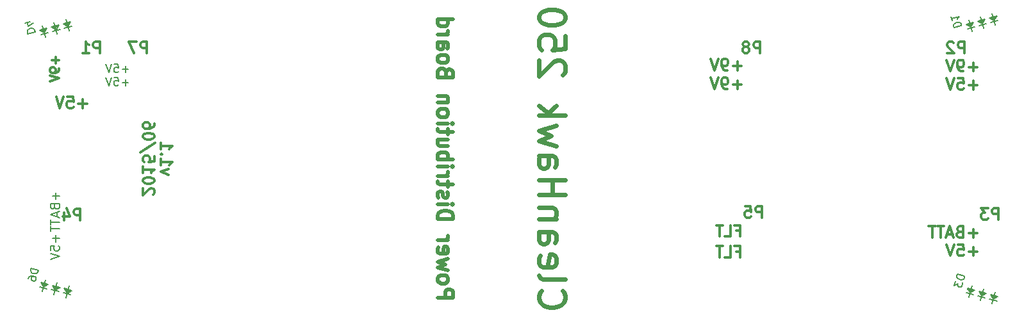
<source format=gbo>
G04 #@! TF.FileFunction,Legend,Bot*
%FSLAX46Y46*%
G04 Gerber Fmt 4.6, Leading zero omitted, Abs format (unit mm)*
G04 Created by KiCad (PCBNEW (2015-05-01 BZR 5636)-product) date Thu 04 Jun 2015 08:42:48 AM PDT*
%MOMM*%
G01*
G04 APERTURE LIST*
%ADD10C,0.100000*%
%ADD11C,0.200000*%
%ADD12C,0.300000*%
%ADD13C,0.500000*%
%ADD14C,0.600000*%
%ADD15C,0.150000*%
G04 APERTURE END LIST*
D10*
D11*
X91214285Y-78208571D02*
X90376190Y-78208571D01*
X90795238Y-78627619D02*
X90795238Y-77789524D01*
X89328571Y-77527619D02*
X89852380Y-77527619D01*
X89904761Y-78051429D01*
X89852380Y-77999048D01*
X89747618Y-77946667D01*
X89485714Y-77946667D01*
X89380952Y-77999048D01*
X89328571Y-78051429D01*
X89276190Y-78156190D01*
X89276190Y-78418095D01*
X89328571Y-78522857D01*
X89380952Y-78575238D01*
X89485714Y-78627619D01*
X89747618Y-78627619D01*
X89852380Y-78575238D01*
X89904761Y-78522857D01*
X88961904Y-77527619D02*
X88595237Y-78627619D01*
X88228571Y-77527619D01*
X91214285Y-79948571D02*
X90376190Y-79948571D01*
X90795238Y-80367619D02*
X90795238Y-79529524D01*
X89328571Y-79267619D02*
X89852380Y-79267619D01*
X89904761Y-79791429D01*
X89852380Y-79739048D01*
X89747618Y-79686667D01*
X89485714Y-79686667D01*
X89380952Y-79739048D01*
X89328571Y-79791429D01*
X89276190Y-79896190D01*
X89276190Y-80158095D01*
X89328571Y-80262857D01*
X89380952Y-80315238D01*
X89485714Y-80367619D01*
X89747618Y-80367619D01*
X89852380Y-80315238D01*
X89904761Y-80262857D01*
X88961904Y-79267619D02*
X88595237Y-80367619D01*
X88228571Y-79267619D01*
D12*
X93657142Y-76078571D02*
X93657142Y-74578571D01*
X93085714Y-74578571D01*
X92942856Y-74650000D01*
X92871428Y-74721429D01*
X92799999Y-74864286D01*
X92799999Y-75078571D01*
X92871428Y-75221429D01*
X92942856Y-75292857D01*
X93085714Y-75364286D01*
X93657142Y-75364286D01*
X92299999Y-74578571D02*
X91299999Y-74578571D01*
X91942856Y-76078571D01*
X84857142Y-98178571D02*
X84857142Y-96678571D01*
X84285714Y-96678571D01*
X84142856Y-96750000D01*
X84071428Y-96821429D01*
X83999999Y-96964286D01*
X83999999Y-97178571D01*
X84071428Y-97321429D01*
X84142856Y-97392857D01*
X84285714Y-97464286D01*
X84857142Y-97464286D01*
X82714285Y-97178571D02*
X82714285Y-98178571D01*
X83071428Y-96607143D02*
X83428571Y-97678571D01*
X82499999Y-97678571D01*
D11*
X81635714Y-100107143D02*
X81635714Y-101021429D01*
X82092857Y-100564286D02*
X81178571Y-100564286D01*
X80892857Y-102164286D02*
X80892857Y-101592857D01*
X81464286Y-101535714D01*
X81407143Y-101592857D01*
X81350000Y-101707143D01*
X81350000Y-101992857D01*
X81407143Y-102107143D01*
X81464286Y-102164286D01*
X81578571Y-102221429D01*
X81864286Y-102221429D01*
X81978571Y-102164286D01*
X82035714Y-102107143D01*
X82092857Y-101992857D01*
X82092857Y-101707143D01*
X82035714Y-101592857D01*
X81978571Y-101535714D01*
X80892857Y-102564286D02*
X82092857Y-102964286D01*
X80892857Y-103364286D01*
X81635714Y-94514286D02*
X81635714Y-95428572D01*
X82092857Y-94971429D02*
X81178571Y-94971429D01*
X81464286Y-96400000D02*
X81521429Y-96571429D01*
X81578571Y-96628572D01*
X81692857Y-96685715D01*
X81864286Y-96685715D01*
X81978571Y-96628572D01*
X82035714Y-96571429D01*
X82092857Y-96457143D01*
X82092857Y-96000000D01*
X80892857Y-96000000D01*
X80892857Y-96400000D01*
X80950000Y-96514286D01*
X81007143Y-96571429D01*
X81121429Y-96628572D01*
X81235714Y-96628572D01*
X81350000Y-96571429D01*
X81407143Y-96514286D01*
X81464286Y-96400000D01*
X81464286Y-96000000D01*
X81750000Y-97142857D02*
X81750000Y-97714286D01*
X82092857Y-97028572D02*
X80892857Y-97428572D01*
X82092857Y-97828572D01*
X80892857Y-98057143D02*
X80892857Y-98742857D01*
X82092857Y-98400000D02*
X80892857Y-98400000D01*
X80892857Y-98971429D02*
X80892857Y-99657143D01*
X82092857Y-99314286D02*
X80892857Y-99314286D01*
D12*
X87407142Y-76078571D02*
X87407142Y-74578571D01*
X86835714Y-74578571D01*
X86692856Y-74650000D01*
X86621428Y-74721429D01*
X86549999Y-74864286D01*
X86549999Y-75078571D01*
X86621428Y-75221429D01*
X86692856Y-75292857D01*
X86835714Y-75364286D01*
X87407142Y-75364286D01*
X85121428Y-76078571D02*
X85978571Y-76078571D01*
X85549999Y-76078571D02*
X85549999Y-74578571D01*
X85692856Y-74792857D01*
X85835714Y-74935714D01*
X85978571Y-75007143D01*
X85728571Y-82757143D02*
X84585714Y-82757143D01*
X85157143Y-83328571D02*
X85157143Y-82185714D01*
X83157142Y-81828571D02*
X83871428Y-81828571D01*
X83942857Y-82542857D01*
X83871428Y-82471429D01*
X83728571Y-82400000D01*
X83371428Y-82400000D01*
X83228571Y-82471429D01*
X83157142Y-82542857D01*
X83085714Y-82685714D01*
X83085714Y-83042857D01*
X83157142Y-83185714D01*
X83228571Y-83257143D01*
X83371428Y-83328571D01*
X83728571Y-83328571D01*
X83871428Y-83257143D01*
X83942857Y-83185714D01*
X82657143Y-81828571D02*
X82157143Y-83328571D01*
X81657143Y-81828571D01*
X81585714Y-76557143D02*
X81585714Y-77471429D01*
X82042857Y-77014286D02*
X81128571Y-77014286D01*
X82042857Y-78100000D02*
X82042857Y-78328572D01*
X81985714Y-78442857D01*
X81928571Y-78500000D01*
X81757143Y-78614286D01*
X81528571Y-78671429D01*
X81071429Y-78671429D01*
X80957143Y-78614286D01*
X80900000Y-78557143D01*
X80842857Y-78442857D01*
X80842857Y-78214286D01*
X80900000Y-78100000D01*
X80957143Y-78042857D01*
X81071429Y-77985714D01*
X81357143Y-77985714D01*
X81471429Y-78042857D01*
X81528571Y-78100000D01*
X81585714Y-78214286D01*
X81585714Y-78442857D01*
X81528571Y-78557143D01*
X81471429Y-78614286D01*
X81357143Y-78671429D01*
X80842857Y-79014286D02*
X82042857Y-79414286D01*
X80842857Y-79814286D01*
X206157142Y-98078571D02*
X206157142Y-96578571D01*
X205585714Y-96578571D01*
X205442856Y-96650000D01*
X205371428Y-96721429D01*
X205299999Y-96864286D01*
X205299999Y-97078571D01*
X205371428Y-97221429D01*
X205442856Y-97292857D01*
X205585714Y-97364286D01*
X206157142Y-97364286D01*
X204799999Y-96578571D02*
X203871428Y-96578571D01*
X204371428Y-97150000D01*
X204157142Y-97150000D01*
X204014285Y-97221429D01*
X203942856Y-97292857D01*
X203871428Y-97435714D01*
X203871428Y-97792857D01*
X203942856Y-97935714D01*
X204014285Y-98007143D01*
X204157142Y-98078571D01*
X204585714Y-98078571D01*
X204728571Y-98007143D01*
X204799999Y-97935714D01*
X203392857Y-99907143D02*
X202250000Y-99907143D01*
X202821429Y-100478571D02*
X202821429Y-99335714D01*
X201035714Y-99692857D02*
X200821428Y-99764286D01*
X200750000Y-99835714D01*
X200678571Y-99978571D01*
X200678571Y-100192857D01*
X200750000Y-100335714D01*
X200821428Y-100407143D01*
X200964286Y-100478571D01*
X201535714Y-100478571D01*
X201535714Y-98978571D01*
X201035714Y-98978571D01*
X200892857Y-99050000D01*
X200821428Y-99121429D01*
X200750000Y-99264286D01*
X200750000Y-99407143D01*
X200821428Y-99550000D01*
X200892857Y-99621429D01*
X201035714Y-99692857D01*
X201535714Y-99692857D01*
X200107143Y-100050000D02*
X199392857Y-100050000D01*
X200250000Y-100478571D02*
X199750000Y-98978571D01*
X199250000Y-100478571D01*
X198964286Y-98978571D02*
X198107143Y-98978571D01*
X198535714Y-100478571D02*
X198535714Y-98978571D01*
X197821429Y-98978571D02*
X196964286Y-98978571D01*
X197392857Y-100478571D02*
X197392857Y-98978571D01*
X203392857Y-102307143D02*
X202250000Y-102307143D01*
X202821429Y-102878571D02*
X202821429Y-101735714D01*
X200821428Y-101378571D02*
X201535714Y-101378571D01*
X201607143Y-102092857D01*
X201535714Y-102021429D01*
X201392857Y-101950000D01*
X201035714Y-101950000D01*
X200892857Y-102021429D01*
X200821428Y-102092857D01*
X200750000Y-102235714D01*
X200750000Y-102592857D01*
X200821428Y-102735714D01*
X200892857Y-102807143D01*
X201035714Y-102878571D01*
X201392857Y-102878571D01*
X201535714Y-102807143D01*
X201607143Y-102735714D01*
X200321429Y-101378571D02*
X199821429Y-102878571D01*
X199321429Y-101378571D01*
X201657142Y-76078571D02*
X201657142Y-74578571D01*
X201085714Y-74578571D01*
X200942856Y-74650000D01*
X200871428Y-74721429D01*
X200799999Y-74864286D01*
X200799999Y-75078571D01*
X200871428Y-75221429D01*
X200942856Y-75292857D01*
X201085714Y-75364286D01*
X201657142Y-75364286D01*
X200228571Y-74721429D02*
X200157142Y-74650000D01*
X200014285Y-74578571D01*
X199657142Y-74578571D01*
X199514285Y-74650000D01*
X199442856Y-74721429D01*
X199371428Y-74864286D01*
X199371428Y-75007143D01*
X199442856Y-75221429D01*
X200299999Y-76078571D01*
X199371428Y-76078571D01*
X203392857Y-77907143D02*
X202250000Y-77907143D01*
X202821429Y-78478571D02*
X202821429Y-77335714D01*
X201464286Y-78478571D02*
X201178571Y-78478571D01*
X201035714Y-78407143D01*
X200964286Y-78335714D01*
X200821428Y-78121429D01*
X200750000Y-77835714D01*
X200750000Y-77264286D01*
X200821428Y-77121429D01*
X200892857Y-77050000D01*
X201035714Y-76978571D01*
X201321428Y-76978571D01*
X201464286Y-77050000D01*
X201535714Y-77121429D01*
X201607143Y-77264286D01*
X201607143Y-77621429D01*
X201535714Y-77764286D01*
X201464286Y-77835714D01*
X201321428Y-77907143D01*
X201035714Y-77907143D01*
X200892857Y-77835714D01*
X200821428Y-77764286D01*
X200750000Y-77621429D01*
X200321429Y-76978571D02*
X199821429Y-78478571D01*
X199321429Y-76978571D01*
X203392857Y-80307143D02*
X202250000Y-80307143D01*
X202821429Y-80878571D02*
X202821429Y-79735714D01*
X200821428Y-79378571D02*
X201535714Y-79378571D01*
X201607143Y-80092857D01*
X201535714Y-80021429D01*
X201392857Y-79950000D01*
X201035714Y-79950000D01*
X200892857Y-80021429D01*
X200821428Y-80092857D01*
X200750000Y-80235714D01*
X200750000Y-80592857D01*
X200821428Y-80735714D01*
X200892857Y-80807143D01*
X201035714Y-80878571D01*
X201392857Y-80878571D01*
X201535714Y-80807143D01*
X201607143Y-80735714D01*
X200321429Y-79378571D02*
X199821429Y-80878571D01*
X199321429Y-79378571D01*
X174657142Y-76078571D02*
X174657142Y-74578571D01*
X174085714Y-74578571D01*
X173942856Y-74650000D01*
X173871428Y-74721429D01*
X173799999Y-74864286D01*
X173799999Y-75078571D01*
X173871428Y-75221429D01*
X173942856Y-75292857D01*
X174085714Y-75364286D01*
X174657142Y-75364286D01*
X172942856Y-75221429D02*
X173085714Y-75150000D01*
X173157142Y-75078571D01*
X173228571Y-74935714D01*
X173228571Y-74864286D01*
X173157142Y-74721429D01*
X173085714Y-74650000D01*
X172942856Y-74578571D01*
X172657142Y-74578571D01*
X172514285Y-74650000D01*
X172442856Y-74721429D01*
X172371428Y-74864286D01*
X172371428Y-74935714D01*
X172442856Y-75078571D01*
X172514285Y-75150000D01*
X172657142Y-75221429D01*
X172942856Y-75221429D01*
X173085714Y-75292857D01*
X173157142Y-75364286D01*
X173228571Y-75507143D01*
X173228571Y-75792857D01*
X173157142Y-75935714D01*
X173085714Y-76007143D01*
X172942856Y-76078571D01*
X172657142Y-76078571D01*
X172514285Y-76007143D01*
X172442856Y-75935714D01*
X172371428Y-75792857D01*
X172371428Y-75507143D01*
X172442856Y-75364286D01*
X172514285Y-75292857D01*
X172657142Y-75221429D01*
X174907142Y-97828571D02*
X174907142Y-96328571D01*
X174335714Y-96328571D01*
X174192856Y-96400000D01*
X174121428Y-96471429D01*
X174049999Y-96614286D01*
X174049999Y-96828571D01*
X174121428Y-96971429D01*
X174192856Y-97042857D01*
X174335714Y-97114286D01*
X174907142Y-97114286D01*
X172692856Y-96328571D02*
X173407142Y-96328571D01*
X173478571Y-97042857D01*
X173407142Y-96971429D01*
X173264285Y-96900000D01*
X172907142Y-96900000D01*
X172764285Y-96971429D01*
X172692856Y-97042857D01*
X172621428Y-97185714D01*
X172621428Y-97542857D01*
X172692856Y-97685714D01*
X172764285Y-97757143D01*
X172907142Y-97828571D01*
X173264285Y-97828571D01*
X173407142Y-97757143D01*
X173478571Y-97685714D01*
X171514285Y-102292857D02*
X172014285Y-102292857D01*
X172014285Y-103078571D02*
X172014285Y-101578571D01*
X171299999Y-101578571D01*
X170014285Y-103078571D02*
X170728571Y-103078571D01*
X170728571Y-101578571D01*
X169728571Y-101578571D02*
X168871428Y-101578571D01*
X169299999Y-103078571D02*
X169299999Y-101578571D01*
X171514285Y-99542857D02*
X172014285Y-99542857D01*
X172014285Y-100328571D02*
X172014285Y-98828571D01*
X171299999Y-98828571D01*
X170014285Y-100328571D02*
X170728571Y-100328571D01*
X170728571Y-98828571D01*
X169728571Y-98828571D02*
X168871428Y-98828571D01*
X169299999Y-100328571D02*
X169299999Y-98828571D01*
X172228571Y-80257143D02*
X171085714Y-80257143D01*
X171657143Y-80828571D02*
X171657143Y-79685714D01*
X170300000Y-80828571D02*
X170014285Y-80828571D01*
X169871428Y-80757143D01*
X169800000Y-80685714D01*
X169657142Y-80471429D01*
X169585714Y-80185714D01*
X169585714Y-79614286D01*
X169657142Y-79471429D01*
X169728571Y-79400000D01*
X169871428Y-79328571D01*
X170157142Y-79328571D01*
X170300000Y-79400000D01*
X170371428Y-79471429D01*
X170442857Y-79614286D01*
X170442857Y-79971429D01*
X170371428Y-80114286D01*
X170300000Y-80185714D01*
X170157142Y-80257143D01*
X169871428Y-80257143D01*
X169728571Y-80185714D01*
X169657142Y-80114286D01*
X169585714Y-79971429D01*
X169157143Y-79328571D02*
X168657143Y-80828571D01*
X168157143Y-79328571D01*
X172228571Y-77757143D02*
X171085714Y-77757143D01*
X171657143Y-78328571D02*
X171657143Y-77185714D01*
X170300000Y-78328571D02*
X170014285Y-78328571D01*
X169871428Y-78257143D01*
X169800000Y-78185714D01*
X169657142Y-77971429D01*
X169585714Y-77685714D01*
X169585714Y-77114286D01*
X169657142Y-76971429D01*
X169728571Y-76900000D01*
X169871428Y-76828571D01*
X170157142Y-76828571D01*
X170300000Y-76900000D01*
X170371428Y-76971429D01*
X170442857Y-77114286D01*
X170442857Y-77471429D01*
X170371428Y-77614286D01*
X170300000Y-77685714D01*
X170157142Y-77757143D01*
X169871428Y-77757143D01*
X169728571Y-77685714D01*
X169657142Y-77614286D01*
X169585714Y-77471429D01*
X169157143Y-76828571D02*
X168657143Y-78328571D01*
X168157143Y-76828571D01*
X96521429Y-92142856D02*
X95521429Y-91785713D01*
X96521429Y-91428571D01*
X95521429Y-90071428D02*
X95521429Y-90928571D01*
X95521429Y-90499999D02*
X97021429Y-90499999D01*
X96807143Y-90642856D01*
X96664286Y-90785714D01*
X96592857Y-90928571D01*
X95664286Y-89428571D02*
X95592857Y-89357143D01*
X95521429Y-89428571D01*
X95592857Y-89500000D01*
X95664286Y-89428571D01*
X95521429Y-89428571D01*
X95521429Y-87928571D02*
X95521429Y-88785714D01*
X95521429Y-88357142D02*
X97021429Y-88357142D01*
X96807143Y-88499999D01*
X96664286Y-88642857D01*
X96592857Y-88785714D01*
X94478571Y-94785713D02*
X94550000Y-94714284D01*
X94621429Y-94571427D01*
X94621429Y-94214284D01*
X94550000Y-94071427D01*
X94478571Y-93999998D01*
X94335714Y-93928570D01*
X94192857Y-93928570D01*
X93978571Y-93999998D01*
X93121429Y-94857141D01*
X93121429Y-93928570D01*
X94621429Y-92999999D02*
X94621429Y-92857142D01*
X94550000Y-92714285D01*
X94478571Y-92642856D01*
X94335714Y-92571427D01*
X94050000Y-92499999D01*
X93692857Y-92499999D01*
X93407143Y-92571427D01*
X93264286Y-92642856D01*
X93192857Y-92714285D01*
X93121429Y-92857142D01*
X93121429Y-92999999D01*
X93192857Y-93142856D01*
X93264286Y-93214285D01*
X93407143Y-93285713D01*
X93692857Y-93357142D01*
X94050000Y-93357142D01*
X94335714Y-93285713D01*
X94478571Y-93214285D01*
X94550000Y-93142856D01*
X94621429Y-92999999D01*
X93121429Y-91071428D02*
X93121429Y-91928571D01*
X93121429Y-91499999D02*
X94621429Y-91499999D01*
X94407143Y-91642856D01*
X94264286Y-91785714D01*
X94192857Y-91928571D01*
X94621429Y-89714285D02*
X94621429Y-90428571D01*
X93907143Y-90500000D01*
X93978571Y-90428571D01*
X94050000Y-90285714D01*
X94050000Y-89928571D01*
X93978571Y-89785714D01*
X93907143Y-89714285D01*
X93764286Y-89642857D01*
X93407143Y-89642857D01*
X93264286Y-89714285D01*
X93192857Y-89785714D01*
X93121429Y-89928571D01*
X93121429Y-90285714D01*
X93192857Y-90428571D01*
X93264286Y-90500000D01*
X94692857Y-87928572D02*
X92764286Y-89214286D01*
X94621429Y-87142857D02*
X94621429Y-87000000D01*
X94550000Y-86857143D01*
X94478571Y-86785714D01*
X94335714Y-86714285D01*
X94050000Y-86642857D01*
X93692857Y-86642857D01*
X93407143Y-86714285D01*
X93264286Y-86785714D01*
X93192857Y-86857143D01*
X93121429Y-87000000D01*
X93121429Y-87142857D01*
X93192857Y-87285714D01*
X93264286Y-87357143D01*
X93407143Y-87428571D01*
X93692857Y-87500000D01*
X94050000Y-87500000D01*
X94335714Y-87428571D01*
X94478571Y-87357143D01*
X94550000Y-87285714D01*
X94621429Y-87142857D01*
X94621429Y-85357143D02*
X94621429Y-85642857D01*
X94550000Y-85785714D01*
X94478571Y-85857143D01*
X94264286Y-86000000D01*
X93978571Y-86071429D01*
X93407143Y-86071429D01*
X93264286Y-86000000D01*
X93192857Y-85928572D01*
X93121429Y-85785714D01*
X93121429Y-85500000D01*
X93192857Y-85357143D01*
X93264286Y-85285714D01*
X93407143Y-85214286D01*
X93764286Y-85214286D01*
X93907143Y-85285714D01*
X93978571Y-85357143D01*
X94050000Y-85500000D01*
X94050000Y-85785714D01*
X93978571Y-85928572D01*
X93907143Y-86000000D01*
X93764286Y-86071429D01*
D13*
X132095238Y-108428573D02*
X134095238Y-108428573D01*
X134095238Y-107666668D01*
X134000000Y-107476192D01*
X133904762Y-107380953D01*
X133714286Y-107285715D01*
X133428571Y-107285715D01*
X133238095Y-107380953D01*
X133142857Y-107476192D01*
X133047619Y-107666668D01*
X133047619Y-108428573D01*
X132095238Y-106142858D02*
X132190476Y-106333334D01*
X132285714Y-106428573D01*
X132476190Y-106523811D01*
X133047619Y-106523811D01*
X133238095Y-106428573D01*
X133333333Y-106333334D01*
X133428571Y-106142858D01*
X133428571Y-105857144D01*
X133333333Y-105666668D01*
X133238095Y-105571430D01*
X133047619Y-105476192D01*
X132476190Y-105476192D01*
X132285714Y-105571430D01*
X132190476Y-105666668D01*
X132095238Y-105857144D01*
X132095238Y-106142858D01*
X133428571Y-104809525D02*
X132095238Y-104428572D01*
X133047619Y-104047620D01*
X132095238Y-103666668D01*
X133428571Y-103285715D01*
X132190476Y-101761906D02*
X132095238Y-101952382D01*
X132095238Y-102333334D01*
X132190476Y-102523811D01*
X132380952Y-102619049D01*
X133142857Y-102619049D01*
X133333333Y-102523811D01*
X133428571Y-102333334D01*
X133428571Y-101952382D01*
X133333333Y-101761906D01*
X133142857Y-101666668D01*
X132952381Y-101666668D01*
X132761905Y-102619049D01*
X132095238Y-100809525D02*
X133428571Y-100809525D01*
X133047619Y-100809525D02*
X133238095Y-100714286D01*
X133333333Y-100619048D01*
X133428571Y-100428572D01*
X133428571Y-100238096D01*
X132095238Y-98047620D02*
X134095238Y-98047620D01*
X134095238Y-97571429D01*
X134000000Y-97285715D01*
X133809524Y-97095239D01*
X133619048Y-97000000D01*
X133238095Y-96904762D01*
X132952381Y-96904762D01*
X132571429Y-97000000D01*
X132380952Y-97095239D01*
X132190476Y-97285715D01*
X132095238Y-97571429D01*
X132095238Y-98047620D01*
X132095238Y-96047620D02*
X133428571Y-96047620D01*
X134095238Y-96047620D02*
X134000000Y-96142858D01*
X133904762Y-96047620D01*
X134000000Y-95952381D01*
X134095238Y-96047620D01*
X133904762Y-96047620D01*
X132190476Y-95190477D02*
X132095238Y-95000000D01*
X132095238Y-94619048D01*
X132190476Y-94428572D01*
X132380952Y-94333334D01*
X132476190Y-94333334D01*
X132666667Y-94428572D01*
X132761905Y-94619048D01*
X132761905Y-94904762D01*
X132857143Y-95095239D01*
X133047619Y-95190477D01*
X133142857Y-95190477D01*
X133333333Y-95095239D01*
X133428571Y-94904762D01*
X133428571Y-94619048D01*
X133333333Y-94428572D01*
X133428571Y-93761905D02*
X133428571Y-93000000D01*
X134095238Y-93476191D02*
X132380952Y-93476191D01*
X132190476Y-93380952D01*
X132095238Y-93190476D01*
X132095238Y-93000000D01*
X132095238Y-92333334D02*
X133428571Y-92333334D01*
X133047619Y-92333334D02*
X133238095Y-92238095D01*
X133333333Y-92142857D01*
X133428571Y-91952381D01*
X133428571Y-91761905D01*
X132095238Y-91095239D02*
X133428571Y-91095239D01*
X134095238Y-91095239D02*
X134000000Y-91190477D01*
X133904762Y-91095239D01*
X134000000Y-91000000D01*
X134095238Y-91095239D01*
X133904762Y-91095239D01*
X132095238Y-90142858D02*
X134095238Y-90142858D01*
X133333333Y-90142858D02*
X133428571Y-89952381D01*
X133428571Y-89571429D01*
X133333333Y-89380953D01*
X133238095Y-89285715D01*
X133047619Y-89190477D01*
X132476190Y-89190477D01*
X132285714Y-89285715D01*
X132190476Y-89380953D01*
X132095238Y-89571429D01*
X132095238Y-89952381D01*
X132190476Y-90142858D01*
X133428571Y-87476191D02*
X132095238Y-87476191D01*
X133428571Y-88333334D02*
X132380952Y-88333334D01*
X132190476Y-88238095D01*
X132095238Y-88047619D01*
X132095238Y-87761905D01*
X132190476Y-87571429D01*
X132285714Y-87476191D01*
X133428571Y-86809524D02*
X133428571Y-86047619D01*
X134095238Y-86523810D02*
X132380952Y-86523810D01*
X132190476Y-86428571D01*
X132095238Y-86238095D01*
X132095238Y-86047619D01*
X132095238Y-85380953D02*
X133428571Y-85380953D01*
X134095238Y-85380953D02*
X134000000Y-85476191D01*
X133904762Y-85380953D01*
X134000000Y-85285714D01*
X134095238Y-85380953D01*
X133904762Y-85380953D01*
X132095238Y-84142857D02*
X132190476Y-84333333D01*
X132285714Y-84428572D01*
X132476190Y-84523810D01*
X133047619Y-84523810D01*
X133238095Y-84428572D01*
X133333333Y-84333333D01*
X133428571Y-84142857D01*
X133428571Y-83857143D01*
X133333333Y-83666667D01*
X133238095Y-83571429D01*
X133047619Y-83476191D01*
X132476190Y-83476191D01*
X132285714Y-83571429D01*
X132190476Y-83666667D01*
X132095238Y-83857143D01*
X132095238Y-84142857D01*
X133428571Y-82619048D02*
X132095238Y-82619048D01*
X133238095Y-82619048D02*
X133333333Y-82523809D01*
X133428571Y-82333333D01*
X133428571Y-82047619D01*
X133333333Y-81857143D01*
X133142857Y-81761905D01*
X132095238Y-81761905D01*
X133142857Y-78619047D02*
X133047619Y-78333333D01*
X132952381Y-78238094D01*
X132761905Y-78142856D01*
X132476190Y-78142856D01*
X132285714Y-78238094D01*
X132190476Y-78333333D01*
X132095238Y-78523809D01*
X132095238Y-79285714D01*
X134095238Y-79285714D01*
X134095238Y-78619047D01*
X134000000Y-78428571D01*
X133904762Y-78333333D01*
X133714286Y-78238094D01*
X133523810Y-78238094D01*
X133333333Y-78333333D01*
X133238095Y-78428571D01*
X133142857Y-78619047D01*
X133142857Y-79285714D01*
X132095238Y-76999999D02*
X132190476Y-77190475D01*
X132285714Y-77285714D01*
X132476190Y-77380952D01*
X133047619Y-77380952D01*
X133238095Y-77285714D01*
X133333333Y-77190475D01*
X133428571Y-76999999D01*
X133428571Y-76714285D01*
X133333333Y-76523809D01*
X133238095Y-76428571D01*
X133047619Y-76333333D01*
X132476190Y-76333333D01*
X132285714Y-76428571D01*
X132190476Y-76523809D01*
X132095238Y-76714285D01*
X132095238Y-76999999D01*
X132095238Y-74619047D02*
X133142857Y-74619047D01*
X133333333Y-74714285D01*
X133428571Y-74904761D01*
X133428571Y-75285713D01*
X133333333Y-75476190D01*
X132190476Y-74619047D02*
X132095238Y-74809523D01*
X132095238Y-75285713D01*
X132190476Y-75476190D01*
X132380952Y-75571428D01*
X132571429Y-75571428D01*
X132761905Y-75476190D01*
X132857143Y-75285713D01*
X132857143Y-74809523D01*
X132952381Y-74619047D01*
X132095238Y-73666666D02*
X133428571Y-73666666D01*
X133047619Y-73666666D02*
X133238095Y-73571427D01*
X133333333Y-73476189D01*
X133428571Y-73285713D01*
X133428571Y-73095237D01*
X132095238Y-71571428D02*
X134095238Y-71571428D01*
X132190476Y-71571428D02*
X132095238Y-71761904D01*
X132095238Y-72142856D01*
X132190476Y-72333332D01*
X132285714Y-72428571D01*
X132476190Y-72523809D01*
X133047619Y-72523809D01*
X133238095Y-72428571D01*
X133333333Y-72333332D01*
X133428571Y-72142856D01*
X133428571Y-71761904D01*
X133333333Y-71571428D01*
D14*
X145750000Y-107500000D02*
X145583333Y-107666666D01*
X145416667Y-108166666D01*
X145416667Y-108500000D01*
X145583333Y-109000000D01*
X145916667Y-109333333D01*
X146250000Y-109500000D01*
X146916667Y-109666666D01*
X147416667Y-109666666D01*
X148083333Y-109500000D01*
X148416667Y-109333333D01*
X148750000Y-109000000D01*
X148916667Y-108500000D01*
X148916667Y-108166666D01*
X148750000Y-107666666D01*
X148583333Y-107500000D01*
X145416667Y-105500000D02*
X145583333Y-105833333D01*
X145916667Y-106000000D01*
X148916667Y-106000000D01*
X145583333Y-102833333D02*
X145416667Y-103166667D01*
X145416667Y-103833333D01*
X145583333Y-104166667D01*
X145916667Y-104333333D01*
X147250000Y-104333333D01*
X147583333Y-104166667D01*
X147750000Y-103833333D01*
X147750000Y-103166667D01*
X147583333Y-102833333D01*
X147250000Y-102666667D01*
X146916667Y-102666667D01*
X146583333Y-104333333D01*
X145416667Y-99666667D02*
X147250000Y-99666667D01*
X147583333Y-99833333D01*
X147750000Y-100166667D01*
X147750000Y-100833333D01*
X147583333Y-101166667D01*
X145583333Y-99666667D02*
X145416667Y-100000000D01*
X145416667Y-100833333D01*
X145583333Y-101166667D01*
X145916667Y-101333333D01*
X146250000Y-101333333D01*
X146583333Y-101166667D01*
X146750000Y-100833333D01*
X146750000Y-100000000D01*
X146916667Y-99666667D01*
X147750000Y-98000000D02*
X145416667Y-98000000D01*
X147416667Y-98000000D02*
X147583333Y-97833333D01*
X147750000Y-97500000D01*
X147750000Y-97000000D01*
X147583333Y-96666666D01*
X147250000Y-96500000D01*
X145416667Y-96500000D01*
X145416667Y-94833333D02*
X148916667Y-94833333D01*
X147250000Y-94833333D02*
X147250000Y-92833333D01*
X145416667Y-92833333D02*
X148916667Y-92833333D01*
X145416667Y-89666666D02*
X147250000Y-89666666D01*
X147583333Y-89833332D01*
X147750000Y-90166666D01*
X147750000Y-90833332D01*
X147583333Y-91166666D01*
X145583333Y-89666666D02*
X145416667Y-89999999D01*
X145416667Y-90833332D01*
X145583333Y-91166666D01*
X145916667Y-91333332D01*
X146250000Y-91333332D01*
X146583333Y-91166666D01*
X146750000Y-90833332D01*
X146750000Y-89999999D01*
X146916667Y-89666666D01*
X147750000Y-88333332D02*
X145416667Y-87666665D01*
X147083333Y-86999999D01*
X145416667Y-86333332D01*
X147750000Y-85666665D01*
X145416667Y-84333332D02*
X148916667Y-84333332D01*
X146750000Y-83999998D02*
X145416667Y-82999998D01*
X147750000Y-82999998D02*
X146416667Y-84333332D01*
X148583333Y-78999998D02*
X148750000Y-78833332D01*
X148916667Y-78499998D01*
X148916667Y-77666665D01*
X148750000Y-77333332D01*
X148583333Y-77166665D01*
X148250000Y-76999998D01*
X147916667Y-76999998D01*
X147416667Y-77166665D01*
X145416667Y-79166665D01*
X145416667Y-76999998D01*
X148916667Y-73833332D02*
X148916667Y-75499999D01*
X147250000Y-75666665D01*
X147416667Y-75499999D01*
X147583333Y-75166665D01*
X147583333Y-74333332D01*
X147416667Y-73999999D01*
X147250000Y-73833332D01*
X146916667Y-73666665D01*
X146083333Y-73666665D01*
X145750000Y-73833332D01*
X145583333Y-73999999D01*
X145416667Y-74333332D01*
X145416667Y-75166665D01*
X145583333Y-75499999D01*
X145750000Y-75666665D01*
X148916667Y-71499999D02*
X148916667Y-71166666D01*
X148750000Y-70833332D01*
X148583333Y-70666666D01*
X148250000Y-70499999D01*
X147583333Y-70333332D01*
X146750000Y-70333332D01*
X146083333Y-70499999D01*
X145750000Y-70666666D01*
X145583333Y-70833332D01*
X145416667Y-71166666D01*
X145416667Y-71499999D01*
X145583333Y-71833332D01*
X145750000Y-71999999D01*
X146083333Y-72166666D01*
X146750000Y-72333332D01*
X147583333Y-72333332D01*
X148250000Y-72166666D01*
X148583333Y-71999999D01*
X148750000Y-71833332D01*
X148916667Y-71499999D01*
D15*
X202357926Y-72439992D02*
X202551111Y-72388229D01*
X202235452Y-72369282D02*
X202357926Y-72439992D01*
X202621822Y-72265754D02*
X202235452Y-72369282D01*
X202692533Y-72143280D02*
X202621822Y-72265754D01*
X202016385Y-72324453D02*
X202692533Y-72143280D01*
X201893910Y-72253742D02*
X202016385Y-72324453D01*
X202859836Y-71994923D02*
X201893910Y-72253742D01*
X202506282Y-72607296D02*
X202859836Y-71994923D01*
X201893910Y-72253742D02*
X202506282Y-72607296D01*
X202049201Y-72833298D02*
X203015127Y-72574479D01*
X202247463Y-71641370D02*
X202661574Y-73186851D01*
X202247463Y-71641370D02*
X202661574Y-73186851D01*
X202049201Y-72833298D02*
X203015127Y-72574479D01*
X201893910Y-72253742D02*
X202506282Y-72607296D01*
X202506282Y-72607296D02*
X202859836Y-71994923D01*
X202859836Y-71994923D02*
X201893910Y-72253742D01*
X201893910Y-72253742D02*
X202016385Y-72324453D01*
X202016385Y-72324453D02*
X202692533Y-72143280D01*
X202692533Y-72143280D02*
X202621822Y-72265754D01*
X202621822Y-72265754D02*
X202235452Y-72369282D01*
X202235452Y-72369282D02*
X202357926Y-72439992D01*
X202357926Y-72439992D02*
X202551111Y-72388229D01*
X202357926Y-72439992D02*
X202551111Y-72388229D01*
X202235452Y-72369282D02*
X202357926Y-72439992D01*
X202621822Y-72265754D02*
X202235452Y-72369282D01*
X202692533Y-72143280D02*
X202621822Y-72265754D01*
X202016385Y-72324453D02*
X202692533Y-72143280D01*
X201893910Y-72253742D02*
X202016385Y-72324453D01*
X202859836Y-71994923D02*
X201893910Y-72253742D01*
X202506282Y-72607296D02*
X202859836Y-71994923D01*
X201893910Y-72253742D02*
X202506282Y-72607296D01*
X202049201Y-72833298D02*
X203015127Y-72574479D01*
X202247463Y-71641370D02*
X202661574Y-73186851D01*
X202247463Y-71641370D02*
X202661574Y-73186851D01*
X202049201Y-72833298D02*
X203015127Y-72574479D01*
X201893910Y-72253742D02*
X202506282Y-72607296D01*
X202506282Y-72607296D02*
X202859836Y-71994923D01*
X202859836Y-71994923D02*
X201893910Y-72253742D01*
X201893910Y-72253742D02*
X202016385Y-72324453D01*
X202016385Y-72324453D02*
X202692533Y-72143280D01*
X202692533Y-72143280D02*
X202621822Y-72265754D01*
X202621822Y-72265754D02*
X202235452Y-72369282D01*
X202235452Y-72369282D02*
X202357926Y-72439992D01*
X202357926Y-72439992D02*
X202551111Y-72388229D01*
X205448889Y-71611771D02*
X205642074Y-71560008D01*
X205326414Y-71541061D02*
X205448889Y-71611771D01*
X205712785Y-71437533D02*
X205326414Y-71541061D01*
X205783495Y-71315059D02*
X205712785Y-71437533D01*
X205107347Y-71496232D02*
X205783495Y-71315059D01*
X204984873Y-71425521D02*
X205107347Y-71496232D01*
X205950799Y-71166702D02*
X204984873Y-71425521D01*
X205597245Y-71779075D02*
X205950799Y-71166702D01*
X204984873Y-71425521D02*
X205597245Y-71779075D01*
X205140164Y-72005077D02*
X206106090Y-71746258D01*
X205338426Y-70813149D02*
X205752537Y-72358630D01*
X205338426Y-70813149D02*
X205752537Y-72358630D01*
X205140164Y-72005077D02*
X206106090Y-71746258D01*
X204984873Y-71425521D02*
X205597245Y-71779075D01*
X205597245Y-71779075D02*
X205950799Y-71166702D01*
X205950799Y-71166702D02*
X204984873Y-71425521D01*
X204984873Y-71425521D02*
X205107347Y-71496232D01*
X205107347Y-71496232D02*
X205783495Y-71315059D01*
X205783495Y-71315059D02*
X205712785Y-71437533D01*
X205712785Y-71437533D02*
X205326414Y-71541061D01*
X205326414Y-71541061D02*
X205448889Y-71611771D01*
X205448889Y-71611771D02*
X205642074Y-71560008D01*
X205448889Y-71611771D02*
X205642074Y-71560008D01*
X205326414Y-71541061D02*
X205448889Y-71611771D01*
X205712785Y-71437533D02*
X205326414Y-71541061D01*
X205783495Y-71315059D02*
X205712785Y-71437533D01*
X205107347Y-71496232D02*
X205783495Y-71315059D01*
X204984873Y-71425521D02*
X205107347Y-71496232D01*
X205950799Y-71166702D02*
X204984873Y-71425521D01*
X205597245Y-71779075D02*
X205950799Y-71166702D01*
X204984873Y-71425521D02*
X205597245Y-71779075D01*
X205140164Y-72005077D02*
X206106090Y-71746258D01*
X205338426Y-70813149D02*
X205752537Y-72358630D01*
X205338426Y-70813149D02*
X205752537Y-72358630D01*
X205140164Y-72005077D02*
X206106090Y-71746258D01*
X204984873Y-71425521D02*
X205597245Y-71779075D01*
X205597245Y-71779075D02*
X205950799Y-71166702D01*
X205950799Y-71166702D02*
X204984873Y-71425521D01*
X204984873Y-71425521D02*
X205107347Y-71496232D01*
X205107347Y-71496232D02*
X205783495Y-71315059D01*
X205783495Y-71315059D02*
X205712785Y-71437533D01*
X205712785Y-71437533D02*
X205326414Y-71541061D01*
X205326414Y-71541061D02*
X205448889Y-71611771D01*
X205448889Y-71611771D02*
X205642074Y-71560008D01*
X203903407Y-72025882D02*
X204096593Y-71974118D01*
X203780933Y-71955171D02*
X203903407Y-72025882D01*
X204167303Y-71851644D02*
X203780933Y-71955171D01*
X204238014Y-71729169D02*
X204167303Y-71851644D01*
X203561866Y-71910342D02*
X204238014Y-71729169D01*
X203439391Y-71839632D02*
X203561866Y-71910342D01*
X204405317Y-71580813D02*
X203439391Y-71839632D01*
X204051764Y-72193185D02*
X204405317Y-71580813D01*
X203439391Y-71839632D02*
X204051764Y-72193185D01*
X203594683Y-72419187D02*
X204560609Y-72160368D01*
X203792945Y-71227259D02*
X204207055Y-72772741D01*
X203792945Y-71227259D02*
X204207055Y-72772741D01*
X203594683Y-72419187D02*
X204560609Y-72160368D01*
X203439391Y-71839632D02*
X204051764Y-72193185D01*
X204051764Y-72193185D02*
X204405317Y-71580813D01*
X204405317Y-71580813D02*
X203439391Y-71839632D01*
X203439391Y-71839632D02*
X203561866Y-71910342D01*
X203561866Y-71910342D02*
X204238014Y-71729169D01*
X204238014Y-71729169D02*
X204167303Y-71851644D01*
X204167303Y-71851644D02*
X203780933Y-71955171D01*
X203780933Y-71955171D02*
X203903407Y-72025882D01*
X203903407Y-72025882D02*
X204096593Y-71974118D01*
X203903407Y-72025882D02*
X204096593Y-71974118D01*
X203780933Y-71955171D02*
X203903407Y-72025882D01*
X204167303Y-71851644D02*
X203780933Y-71955171D01*
X204238014Y-71729169D02*
X204167303Y-71851644D01*
X203561866Y-71910342D02*
X204238014Y-71729169D01*
X203439391Y-71839632D02*
X203561866Y-71910342D01*
X204405317Y-71580813D02*
X203439391Y-71839632D01*
X204051764Y-72193185D02*
X204405317Y-71580813D01*
X203439391Y-71839632D02*
X204051764Y-72193185D01*
X203594683Y-72419187D02*
X204560609Y-72160368D01*
X203792945Y-71227259D02*
X204207055Y-72772741D01*
X203792945Y-71227259D02*
X204207055Y-72772741D01*
X203594683Y-72419187D02*
X204560609Y-72160368D01*
X203439391Y-71839632D02*
X204051764Y-72193185D01*
X204051764Y-72193185D02*
X204405317Y-71580813D01*
X204405317Y-71580813D02*
X203439391Y-71839632D01*
X203439391Y-71839632D02*
X203561866Y-71910342D01*
X203561866Y-71910342D02*
X204238014Y-71729169D01*
X204238014Y-71729169D02*
X204167303Y-71851644D01*
X204167303Y-71851644D02*
X203780933Y-71955171D01*
X203780933Y-71955171D02*
X203903407Y-72025882D01*
X203903407Y-72025882D02*
X204096593Y-71974118D01*
X202357926Y-107560008D02*
X202551111Y-107611771D01*
X202287215Y-107437533D02*
X202357926Y-107560008D01*
X202673586Y-107541061D02*
X202287215Y-107437533D01*
X202796060Y-107470350D02*
X202673586Y-107541061D01*
X202119912Y-107289177D02*
X202796060Y-107470350D01*
X202049201Y-107166702D02*
X202119912Y-107289177D01*
X203015127Y-107425521D02*
X202049201Y-107166702D01*
X202402755Y-107779075D02*
X203015127Y-107425521D01*
X202049201Y-107166702D02*
X202402755Y-107779075D01*
X201893910Y-107746258D02*
X202859836Y-108005077D01*
X202661574Y-106813149D02*
X202247463Y-108358630D01*
X202661574Y-106813149D02*
X202247463Y-108358630D01*
X201893910Y-107746258D02*
X202859836Y-108005077D01*
X202049201Y-107166702D02*
X202402755Y-107779075D01*
X202402755Y-107779075D02*
X203015127Y-107425521D01*
X203015127Y-107425521D02*
X202049201Y-107166702D01*
X202049201Y-107166702D02*
X202119912Y-107289177D01*
X202119912Y-107289177D02*
X202796060Y-107470350D01*
X202796060Y-107470350D02*
X202673586Y-107541061D01*
X202673586Y-107541061D02*
X202287215Y-107437533D01*
X202287215Y-107437533D02*
X202357926Y-107560008D01*
X202357926Y-107560008D02*
X202551111Y-107611771D01*
X202357926Y-107560008D02*
X202551111Y-107611771D01*
X202287215Y-107437533D02*
X202357926Y-107560008D01*
X202673586Y-107541061D02*
X202287215Y-107437533D01*
X202796060Y-107470350D02*
X202673586Y-107541061D01*
X202119912Y-107289177D02*
X202796060Y-107470350D01*
X202049201Y-107166702D02*
X202119912Y-107289177D01*
X203015127Y-107425521D02*
X202049201Y-107166702D01*
X202402755Y-107779075D02*
X203015127Y-107425521D01*
X202049201Y-107166702D02*
X202402755Y-107779075D01*
X201893910Y-107746258D02*
X202859836Y-108005077D01*
X202661574Y-106813149D02*
X202247463Y-108358630D01*
X202661574Y-106813149D02*
X202247463Y-108358630D01*
X201893910Y-107746258D02*
X202859836Y-108005077D01*
X202049201Y-107166702D02*
X202402755Y-107779075D01*
X202402755Y-107779075D02*
X203015127Y-107425521D01*
X203015127Y-107425521D02*
X202049201Y-107166702D01*
X202049201Y-107166702D02*
X202119912Y-107289177D01*
X202119912Y-107289177D02*
X202796060Y-107470350D01*
X202796060Y-107470350D02*
X202673586Y-107541061D01*
X202673586Y-107541061D02*
X202287215Y-107437533D01*
X202287215Y-107437533D02*
X202357926Y-107560008D01*
X202357926Y-107560008D02*
X202551111Y-107611771D01*
X205448889Y-108388229D02*
X205642074Y-108439992D01*
X205378178Y-108265754D02*
X205448889Y-108388229D01*
X205764548Y-108369282D02*
X205378178Y-108265754D01*
X205887023Y-108298571D02*
X205764548Y-108369282D01*
X205210875Y-108117398D02*
X205887023Y-108298571D01*
X205140164Y-107994923D02*
X205210875Y-108117398D01*
X206106090Y-108253742D02*
X205140164Y-107994923D01*
X205493718Y-108607296D02*
X206106090Y-108253742D01*
X205140164Y-107994923D02*
X205493718Y-108607296D01*
X204984873Y-108574479D02*
X205950799Y-108833298D01*
X205752537Y-107641370D02*
X205338426Y-109186851D01*
X205752537Y-107641370D02*
X205338426Y-109186851D01*
X204984873Y-108574479D02*
X205950799Y-108833298D01*
X205140164Y-107994923D02*
X205493718Y-108607296D01*
X205493718Y-108607296D02*
X206106090Y-108253742D01*
X206106090Y-108253742D02*
X205140164Y-107994923D01*
X205140164Y-107994923D02*
X205210875Y-108117398D01*
X205210875Y-108117398D02*
X205887023Y-108298571D01*
X205887023Y-108298571D02*
X205764548Y-108369282D01*
X205764548Y-108369282D02*
X205378178Y-108265754D01*
X205378178Y-108265754D02*
X205448889Y-108388229D01*
X205448889Y-108388229D02*
X205642074Y-108439992D01*
X205448889Y-108388229D02*
X205642074Y-108439992D01*
X205378178Y-108265754D02*
X205448889Y-108388229D01*
X205764548Y-108369282D02*
X205378178Y-108265754D01*
X205887023Y-108298571D02*
X205764548Y-108369282D01*
X205210875Y-108117398D02*
X205887023Y-108298571D01*
X205140164Y-107994923D02*
X205210875Y-108117398D01*
X206106090Y-108253742D02*
X205140164Y-107994923D01*
X205493718Y-108607296D02*
X206106090Y-108253742D01*
X205140164Y-107994923D02*
X205493718Y-108607296D01*
X204984873Y-108574479D02*
X205950799Y-108833298D01*
X205752537Y-107641370D02*
X205338426Y-109186851D01*
X205752537Y-107641370D02*
X205338426Y-109186851D01*
X204984873Y-108574479D02*
X205950799Y-108833298D01*
X205140164Y-107994923D02*
X205493718Y-108607296D01*
X205493718Y-108607296D02*
X206106090Y-108253742D01*
X206106090Y-108253742D02*
X205140164Y-107994923D01*
X205140164Y-107994923D02*
X205210875Y-108117398D01*
X205210875Y-108117398D02*
X205887023Y-108298571D01*
X205887023Y-108298571D02*
X205764548Y-108369282D01*
X205764548Y-108369282D02*
X205378178Y-108265754D01*
X205378178Y-108265754D02*
X205448889Y-108388229D01*
X205448889Y-108388229D02*
X205642074Y-108439992D01*
X203903407Y-107974118D02*
X204096593Y-108025882D01*
X203832697Y-107851644D02*
X203903407Y-107974118D01*
X204219067Y-107955171D02*
X203832697Y-107851644D01*
X204341542Y-107884461D02*
X204219067Y-107955171D01*
X203665393Y-107703287D02*
X204341542Y-107884461D01*
X203594683Y-107580813D02*
X203665393Y-107703287D01*
X204560609Y-107839632D02*
X203594683Y-107580813D01*
X203948236Y-108193185D02*
X204560609Y-107839632D01*
X203594683Y-107580813D02*
X203948236Y-108193185D01*
X203439391Y-108160368D02*
X204405317Y-108419187D01*
X204207055Y-107227259D02*
X203792945Y-108772741D01*
X204207055Y-107227259D02*
X203792945Y-108772741D01*
X203439391Y-108160368D02*
X204405317Y-108419187D01*
X203594683Y-107580813D02*
X203948236Y-108193185D01*
X203948236Y-108193185D02*
X204560609Y-107839632D01*
X204560609Y-107839632D02*
X203594683Y-107580813D01*
X203594683Y-107580813D02*
X203665393Y-107703287D01*
X203665393Y-107703287D02*
X204341542Y-107884461D01*
X204341542Y-107884461D02*
X204219067Y-107955171D01*
X204219067Y-107955171D02*
X203832697Y-107851644D01*
X203832697Y-107851644D02*
X203903407Y-107974118D01*
X203903407Y-107974118D02*
X204096593Y-108025882D01*
X203903407Y-107974118D02*
X204096593Y-108025882D01*
X203832697Y-107851644D02*
X203903407Y-107974118D01*
X204219067Y-107955171D02*
X203832697Y-107851644D01*
X204341542Y-107884461D02*
X204219067Y-107955171D01*
X203665393Y-107703287D02*
X204341542Y-107884461D01*
X203594683Y-107580813D02*
X203665393Y-107703287D01*
X204560609Y-107839632D02*
X203594683Y-107580813D01*
X203948236Y-108193185D02*
X204560609Y-107839632D01*
X203594683Y-107580813D02*
X203948236Y-108193185D01*
X203439391Y-108160368D02*
X204405317Y-108419187D01*
X204207055Y-107227259D02*
X203792945Y-108772741D01*
X204207055Y-107227259D02*
X203792945Y-108772741D01*
X203439391Y-108160368D02*
X204405317Y-108419187D01*
X203594683Y-107580813D02*
X203948236Y-108193185D01*
X203948236Y-108193185D02*
X204560609Y-107839632D01*
X204560609Y-107839632D02*
X203594683Y-107580813D01*
X203594683Y-107580813D02*
X203665393Y-107703287D01*
X203665393Y-107703287D02*
X204341542Y-107884461D01*
X204341542Y-107884461D02*
X204219067Y-107955171D01*
X204219067Y-107955171D02*
X203832697Y-107851644D01*
X203832697Y-107851644D02*
X203903407Y-107974118D01*
X203903407Y-107974118D02*
X204096593Y-108025882D01*
X79957926Y-106760008D02*
X80151111Y-106811771D01*
X79887215Y-106637533D02*
X79957926Y-106760008D01*
X80273586Y-106741061D02*
X79887215Y-106637533D01*
X80396060Y-106670350D02*
X80273586Y-106741061D01*
X79719912Y-106489177D02*
X80396060Y-106670350D01*
X79649201Y-106366702D02*
X79719912Y-106489177D01*
X80615127Y-106625521D02*
X79649201Y-106366702D01*
X80002755Y-106979075D02*
X80615127Y-106625521D01*
X79649201Y-106366702D02*
X80002755Y-106979075D01*
X79493910Y-106946258D02*
X80459836Y-107205077D01*
X80261574Y-106013149D02*
X79847463Y-107558630D01*
X80261574Y-106013149D02*
X79847463Y-107558630D01*
X79493910Y-106946258D02*
X80459836Y-107205077D01*
X79649201Y-106366702D02*
X80002755Y-106979075D01*
X80002755Y-106979075D02*
X80615127Y-106625521D01*
X80615127Y-106625521D02*
X79649201Y-106366702D01*
X79649201Y-106366702D02*
X79719912Y-106489177D01*
X79719912Y-106489177D02*
X80396060Y-106670350D01*
X80396060Y-106670350D02*
X80273586Y-106741061D01*
X80273586Y-106741061D02*
X79887215Y-106637533D01*
X79887215Y-106637533D02*
X79957926Y-106760008D01*
X79957926Y-106760008D02*
X80151111Y-106811771D01*
X79957926Y-106760008D02*
X80151111Y-106811771D01*
X79887215Y-106637533D02*
X79957926Y-106760008D01*
X80273586Y-106741061D02*
X79887215Y-106637533D01*
X80396060Y-106670350D02*
X80273586Y-106741061D01*
X79719912Y-106489177D02*
X80396060Y-106670350D01*
X79649201Y-106366702D02*
X79719912Y-106489177D01*
X80615127Y-106625521D02*
X79649201Y-106366702D01*
X80002755Y-106979075D02*
X80615127Y-106625521D01*
X79649201Y-106366702D02*
X80002755Y-106979075D01*
X79493910Y-106946258D02*
X80459836Y-107205077D01*
X80261574Y-106013149D02*
X79847463Y-107558630D01*
X80261574Y-106013149D02*
X79847463Y-107558630D01*
X79493910Y-106946258D02*
X80459836Y-107205077D01*
X79649201Y-106366702D02*
X80002755Y-106979075D01*
X80002755Y-106979075D02*
X80615127Y-106625521D01*
X80615127Y-106625521D02*
X79649201Y-106366702D01*
X79649201Y-106366702D02*
X79719912Y-106489177D01*
X79719912Y-106489177D02*
X80396060Y-106670350D01*
X80396060Y-106670350D02*
X80273586Y-106741061D01*
X80273586Y-106741061D02*
X79887215Y-106637533D01*
X79887215Y-106637533D02*
X79957926Y-106760008D01*
X79957926Y-106760008D02*
X80151111Y-106811771D01*
X83048889Y-107588229D02*
X83242074Y-107639992D01*
X82978178Y-107465754D02*
X83048889Y-107588229D01*
X83364548Y-107569282D02*
X82978178Y-107465754D01*
X83487023Y-107498571D02*
X83364548Y-107569282D01*
X82810875Y-107317398D02*
X83487023Y-107498571D01*
X82740164Y-107194923D02*
X82810875Y-107317398D01*
X83706090Y-107453742D02*
X82740164Y-107194923D01*
X83093718Y-107807296D02*
X83706090Y-107453742D01*
X82740164Y-107194923D02*
X83093718Y-107807296D01*
X82584873Y-107774479D02*
X83550799Y-108033298D01*
X83352537Y-106841370D02*
X82938426Y-108386851D01*
X83352537Y-106841370D02*
X82938426Y-108386851D01*
X82584873Y-107774479D02*
X83550799Y-108033298D01*
X82740164Y-107194923D02*
X83093718Y-107807296D01*
X83093718Y-107807296D02*
X83706090Y-107453742D01*
X83706090Y-107453742D02*
X82740164Y-107194923D01*
X82740164Y-107194923D02*
X82810875Y-107317398D01*
X82810875Y-107317398D02*
X83487023Y-107498571D01*
X83487023Y-107498571D02*
X83364548Y-107569282D01*
X83364548Y-107569282D02*
X82978178Y-107465754D01*
X82978178Y-107465754D02*
X83048889Y-107588229D01*
X83048889Y-107588229D02*
X83242074Y-107639992D01*
X83048889Y-107588229D02*
X83242074Y-107639992D01*
X82978178Y-107465754D02*
X83048889Y-107588229D01*
X83364548Y-107569282D02*
X82978178Y-107465754D01*
X83487023Y-107498571D02*
X83364548Y-107569282D01*
X82810875Y-107317398D02*
X83487023Y-107498571D01*
X82740164Y-107194923D02*
X82810875Y-107317398D01*
X83706090Y-107453742D02*
X82740164Y-107194923D01*
X83093718Y-107807296D02*
X83706090Y-107453742D01*
X82740164Y-107194923D02*
X83093718Y-107807296D01*
X82584873Y-107774479D02*
X83550799Y-108033298D01*
X83352537Y-106841370D02*
X82938426Y-108386851D01*
X83352537Y-106841370D02*
X82938426Y-108386851D01*
X82584873Y-107774479D02*
X83550799Y-108033298D01*
X82740164Y-107194923D02*
X83093718Y-107807296D01*
X83093718Y-107807296D02*
X83706090Y-107453742D01*
X83706090Y-107453742D02*
X82740164Y-107194923D01*
X82740164Y-107194923D02*
X82810875Y-107317398D01*
X82810875Y-107317398D02*
X83487023Y-107498571D01*
X83487023Y-107498571D02*
X83364548Y-107569282D01*
X83364548Y-107569282D02*
X82978178Y-107465754D01*
X82978178Y-107465754D02*
X83048889Y-107588229D01*
X83048889Y-107588229D02*
X83242074Y-107639992D01*
X81503407Y-107174118D02*
X81696593Y-107225882D01*
X81432697Y-107051644D02*
X81503407Y-107174118D01*
X81819067Y-107155171D02*
X81432697Y-107051644D01*
X81941542Y-107084461D02*
X81819067Y-107155171D01*
X81265393Y-106903287D02*
X81941542Y-107084461D01*
X81194683Y-106780813D02*
X81265393Y-106903287D01*
X82160609Y-107039632D02*
X81194683Y-106780813D01*
X81548236Y-107393185D02*
X82160609Y-107039632D01*
X81194683Y-106780813D02*
X81548236Y-107393185D01*
X81039391Y-107360368D02*
X82005317Y-107619187D01*
X81807055Y-106427259D02*
X81392945Y-107972741D01*
X81807055Y-106427259D02*
X81392945Y-107972741D01*
X81039391Y-107360368D02*
X82005317Y-107619187D01*
X81194683Y-106780813D02*
X81548236Y-107393185D01*
X81548236Y-107393185D02*
X82160609Y-107039632D01*
X82160609Y-107039632D02*
X81194683Y-106780813D01*
X81194683Y-106780813D02*
X81265393Y-106903287D01*
X81265393Y-106903287D02*
X81941542Y-107084461D01*
X81941542Y-107084461D02*
X81819067Y-107155171D01*
X81819067Y-107155171D02*
X81432697Y-107051644D01*
X81432697Y-107051644D02*
X81503407Y-107174118D01*
X81503407Y-107174118D02*
X81696593Y-107225882D01*
X81503407Y-107174118D02*
X81696593Y-107225882D01*
X81432697Y-107051644D02*
X81503407Y-107174118D01*
X81819067Y-107155171D02*
X81432697Y-107051644D01*
X81941542Y-107084461D02*
X81819067Y-107155171D01*
X81265393Y-106903287D02*
X81941542Y-107084461D01*
X81194683Y-106780813D02*
X81265393Y-106903287D01*
X82160609Y-107039632D02*
X81194683Y-106780813D01*
X81548236Y-107393185D02*
X82160609Y-107039632D01*
X81194683Y-106780813D02*
X81548236Y-107393185D01*
X81039391Y-107360368D02*
X82005317Y-107619187D01*
X81807055Y-106427259D02*
X81392945Y-107972741D01*
X81807055Y-106427259D02*
X81392945Y-107972741D01*
X81039391Y-107360368D02*
X82005317Y-107619187D01*
X81194683Y-106780813D02*
X81548236Y-107393185D01*
X81548236Y-107393185D02*
X82160609Y-107039632D01*
X82160609Y-107039632D02*
X81194683Y-106780813D01*
X81194683Y-106780813D02*
X81265393Y-106903287D01*
X81265393Y-106903287D02*
X81941542Y-107084461D01*
X81941542Y-107084461D02*
X81819067Y-107155171D01*
X81819067Y-107155171D02*
X81432697Y-107051644D01*
X81432697Y-107051644D02*
X81503407Y-107174118D01*
X81503407Y-107174118D02*
X81696593Y-107225882D01*
X79957926Y-73239992D02*
X80151111Y-73188229D01*
X79835452Y-73169282D02*
X79957926Y-73239992D01*
X80221822Y-73065754D02*
X79835452Y-73169282D01*
X80292533Y-72943280D02*
X80221822Y-73065754D01*
X79616385Y-73124453D02*
X80292533Y-72943280D01*
X79493910Y-73053742D02*
X79616385Y-73124453D01*
X80459836Y-72794923D02*
X79493910Y-73053742D01*
X80106282Y-73407296D02*
X80459836Y-72794923D01*
X79493910Y-73053742D02*
X80106282Y-73407296D01*
X79649201Y-73633298D02*
X80615127Y-73374479D01*
X79847463Y-72441370D02*
X80261574Y-73986851D01*
X79847463Y-72441370D02*
X80261574Y-73986851D01*
X79649201Y-73633298D02*
X80615127Y-73374479D01*
X79493910Y-73053742D02*
X80106282Y-73407296D01*
X80106282Y-73407296D02*
X80459836Y-72794923D01*
X80459836Y-72794923D02*
X79493910Y-73053742D01*
X79493910Y-73053742D02*
X79616385Y-73124453D01*
X79616385Y-73124453D02*
X80292533Y-72943280D01*
X80292533Y-72943280D02*
X80221822Y-73065754D01*
X80221822Y-73065754D02*
X79835452Y-73169282D01*
X79835452Y-73169282D02*
X79957926Y-73239992D01*
X79957926Y-73239992D02*
X80151111Y-73188229D01*
X79957926Y-73239992D02*
X80151111Y-73188229D01*
X79835452Y-73169282D02*
X79957926Y-73239992D01*
X80221822Y-73065754D02*
X79835452Y-73169282D01*
X80292533Y-72943280D02*
X80221822Y-73065754D01*
X79616385Y-73124453D02*
X80292533Y-72943280D01*
X79493910Y-73053742D02*
X79616385Y-73124453D01*
X80459836Y-72794923D02*
X79493910Y-73053742D01*
X80106282Y-73407296D02*
X80459836Y-72794923D01*
X79493910Y-73053742D02*
X80106282Y-73407296D01*
X79649201Y-73633298D02*
X80615127Y-73374479D01*
X79847463Y-72441370D02*
X80261574Y-73986851D01*
X79847463Y-72441370D02*
X80261574Y-73986851D01*
X79649201Y-73633298D02*
X80615127Y-73374479D01*
X79493910Y-73053742D02*
X80106282Y-73407296D01*
X80106282Y-73407296D02*
X80459836Y-72794923D01*
X80459836Y-72794923D02*
X79493910Y-73053742D01*
X79493910Y-73053742D02*
X79616385Y-73124453D01*
X79616385Y-73124453D02*
X80292533Y-72943280D01*
X80292533Y-72943280D02*
X80221822Y-73065754D01*
X80221822Y-73065754D02*
X79835452Y-73169282D01*
X79835452Y-73169282D02*
X79957926Y-73239992D01*
X79957926Y-73239992D02*
X80151111Y-73188229D01*
X83048889Y-72411771D02*
X83242074Y-72360008D01*
X82926414Y-72341061D02*
X83048889Y-72411771D01*
X83312785Y-72237533D02*
X82926414Y-72341061D01*
X83383495Y-72115059D02*
X83312785Y-72237533D01*
X82707347Y-72296232D02*
X83383495Y-72115059D01*
X82584873Y-72225521D02*
X82707347Y-72296232D01*
X83550799Y-71966702D02*
X82584873Y-72225521D01*
X83197245Y-72579075D02*
X83550799Y-71966702D01*
X82584873Y-72225521D02*
X83197245Y-72579075D01*
X82740164Y-72805077D02*
X83706090Y-72546258D01*
X82938426Y-71613149D02*
X83352537Y-73158630D01*
X82938426Y-71613149D02*
X83352537Y-73158630D01*
X82740164Y-72805077D02*
X83706090Y-72546258D01*
X82584873Y-72225521D02*
X83197245Y-72579075D01*
X83197245Y-72579075D02*
X83550799Y-71966702D01*
X83550799Y-71966702D02*
X82584873Y-72225521D01*
X82584873Y-72225521D02*
X82707347Y-72296232D01*
X82707347Y-72296232D02*
X83383495Y-72115059D01*
X83383495Y-72115059D02*
X83312785Y-72237533D01*
X83312785Y-72237533D02*
X82926414Y-72341061D01*
X82926414Y-72341061D02*
X83048889Y-72411771D01*
X83048889Y-72411771D02*
X83242074Y-72360008D01*
X83048889Y-72411771D02*
X83242074Y-72360008D01*
X82926414Y-72341061D02*
X83048889Y-72411771D01*
X83312785Y-72237533D02*
X82926414Y-72341061D01*
X83383495Y-72115059D02*
X83312785Y-72237533D01*
X82707347Y-72296232D02*
X83383495Y-72115059D01*
X82584873Y-72225521D02*
X82707347Y-72296232D01*
X83550799Y-71966702D02*
X82584873Y-72225521D01*
X83197245Y-72579075D02*
X83550799Y-71966702D01*
X82584873Y-72225521D02*
X83197245Y-72579075D01*
X82740164Y-72805077D02*
X83706090Y-72546258D01*
X82938426Y-71613149D02*
X83352537Y-73158630D01*
X82938426Y-71613149D02*
X83352537Y-73158630D01*
X82740164Y-72805077D02*
X83706090Y-72546258D01*
X82584873Y-72225521D02*
X83197245Y-72579075D01*
X83197245Y-72579075D02*
X83550799Y-71966702D01*
X83550799Y-71966702D02*
X82584873Y-72225521D01*
X82584873Y-72225521D02*
X82707347Y-72296232D01*
X82707347Y-72296232D02*
X83383495Y-72115059D01*
X83383495Y-72115059D02*
X83312785Y-72237533D01*
X83312785Y-72237533D02*
X82926414Y-72341061D01*
X82926414Y-72341061D02*
X83048889Y-72411771D01*
X83048889Y-72411771D02*
X83242074Y-72360008D01*
X81503407Y-72825882D02*
X81696593Y-72774118D01*
X81380933Y-72755171D02*
X81503407Y-72825882D01*
X81767303Y-72651644D02*
X81380933Y-72755171D01*
X81838014Y-72529169D02*
X81767303Y-72651644D01*
X81161866Y-72710342D02*
X81838014Y-72529169D01*
X81039391Y-72639632D02*
X81161866Y-72710342D01*
X82005317Y-72380813D02*
X81039391Y-72639632D01*
X81651764Y-72993185D02*
X82005317Y-72380813D01*
X81039391Y-72639632D02*
X81651764Y-72993185D01*
X81194683Y-73219187D02*
X82160609Y-72960368D01*
X81392945Y-72027259D02*
X81807055Y-73572741D01*
X81392945Y-72027259D02*
X81807055Y-73572741D01*
X81194683Y-73219187D02*
X82160609Y-72960368D01*
X81039391Y-72639632D02*
X81651764Y-72993185D01*
X81651764Y-72993185D02*
X82005317Y-72380813D01*
X82005317Y-72380813D02*
X81039391Y-72639632D01*
X81039391Y-72639632D02*
X81161866Y-72710342D01*
X81161866Y-72710342D02*
X81838014Y-72529169D01*
X81838014Y-72529169D02*
X81767303Y-72651644D01*
X81767303Y-72651644D02*
X81380933Y-72755171D01*
X81380933Y-72755171D02*
X81503407Y-72825882D01*
X81503407Y-72825882D02*
X81696593Y-72774118D01*
X81503407Y-72825882D02*
X81696593Y-72774118D01*
X81380933Y-72755171D02*
X81503407Y-72825882D01*
X81767303Y-72651644D02*
X81380933Y-72755171D01*
X81838014Y-72529169D02*
X81767303Y-72651644D01*
X81161866Y-72710342D02*
X81838014Y-72529169D01*
X81039391Y-72639632D02*
X81161866Y-72710342D01*
X82005317Y-72380813D02*
X81039391Y-72639632D01*
X81651764Y-72993185D02*
X82005317Y-72380813D01*
X81039391Y-72639632D02*
X81651764Y-72993185D01*
X81194683Y-73219187D02*
X82160609Y-72960368D01*
X81392945Y-72027259D02*
X81807055Y-73572741D01*
X81392945Y-72027259D02*
X81807055Y-73572741D01*
X81194683Y-73219187D02*
X82160609Y-72960368D01*
X81039391Y-72639632D02*
X81651764Y-72993185D01*
X81651764Y-72993185D02*
X82005317Y-72380813D01*
X82005317Y-72380813D02*
X81039391Y-72639632D01*
X81039391Y-72639632D02*
X81161866Y-72710342D01*
X81161866Y-72710342D02*
X81838014Y-72529169D01*
X81838014Y-72529169D02*
X81767303Y-72651644D01*
X81767303Y-72651644D02*
X81380933Y-72755171D01*
X81380933Y-72755171D02*
X81503407Y-72825882D01*
X81503407Y-72825882D02*
X81696593Y-72774118D01*
X200307693Y-72718207D02*
X201273618Y-72459388D01*
X201211995Y-72229406D01*
X201129024Y-72103740D01*
X201012382Y-72036397D01*
X200908064Y-72015050D01*
X200711754Y-72018352D01*
X200573764Y-72055326D01*
X200402103Y-72150622D01*
X200322435Y-72221268D01*
X200255091Y-72337910D01*
X200246069Y-72488225D01*
X200307693Y-72718207D01*
X199913302Y-71246319D02*
X200061198Y-71798277D01*
X199987250Y-71522299D02*
X200953176Y-71263480D01*
X200839836Y-71392447D01*
X200772493Y-71509089D01*
X200751146Y-71613407D01*
X201699264Y-105584111D02*
X200733338Y-105325292D01*
X200671714Y-105555274D01*
X200680736Y-105705589D01*
X200748080Y-105822231D01*
X200827748Y-105892877D01*
X200999409Y-105988172D01*
X201137399Y-106025146D01*
X201333709Y-106028449D01*
X201438027Y-106007102D01*
X201554669Y-105939758D01*
X201637640Y-105814093D01*
X201699264Y-105584111D01*
X200499168Y-106199225D02*
X200338947Y-106797179D01*
X200793191Y-106573801D01*
X200756217Y-106711791D01*
X200777564Y-106816109D01*
X200811236Y-106874430D01*
X200890905Y-106945076D01*
X201120887Y-107006699D01*
X201225204Y-106985352D01*
X201283525Y-106951681D01*
X201354171Y-106872013D01*
X201428120Y-106596033D01*
X201406773Y-106491715D01*
X201373101Y-106433394D01*
X79299264Y-104784111D02*
X78333338Y-104525292D01*
X78271714Y-104755274D01*
X78280736Y-104905589D01*
X78348080Y-105022231D01*
X78427748Y-105092877D01*
X78599409Y-105188172D01*
X78737399Y-105225146D01*
X78933709Y-105228449D01*
X79038027Y-105207102D01*
X79154669Y-105139758D01*
X79237640Y-105014093D01*
X79299264Y-104784111D01*
X77963596Y-105905186D02*
X78012895Y-105721200D01*
X78083541Y-105641532D01*
X78141862Y-105607860D01*
X78304501Y-105552841D01*
X78500811Y-105556143D01*
X78868784Y-105654741D01*
X78948452Y-105725387D01*
X78982123Y-105783708D01*
X79003470Y-105888026D01*
X78954171Y-106072013D01*
X78883525Y-106151681D01*
X78825204Y-106185352D01*
X78720887Y-106206699D01*
X78490905Y-106145076D01*
X78411236Y-106074430D01*
X78377564Y-106016109D01*
X78356217Y-105911791D01*
X78405516Y-105727804D01*
X78476162Y-105648136D01*
X78534483Y-105614465D01*
X78638801Y-105593118D01*
X77907693Y-73518207D02*
X78873618Y-73259388D01*
X78811995Y-73029406D01*
X78729024Y-72903740D01*
X78612382Y-72836397D01*
X78508064Y-72815050D01*
X78311754Y-72818352D01*
X78173764Y-72855326D01*
X78002103Y-72950622D01*
X77922435Y-73021268D01*
X77855091Y-73137910D01*
X77846069Y-73288225D01*
X77907693Y-73518207D01*
X78181902Y-71965766D02*
X77537951Y-72138312D01*
X78611497Y-72097152D02*
X77983173Y-72512005D01*
X77822952Y-71914050D01*
M02*

</source>
